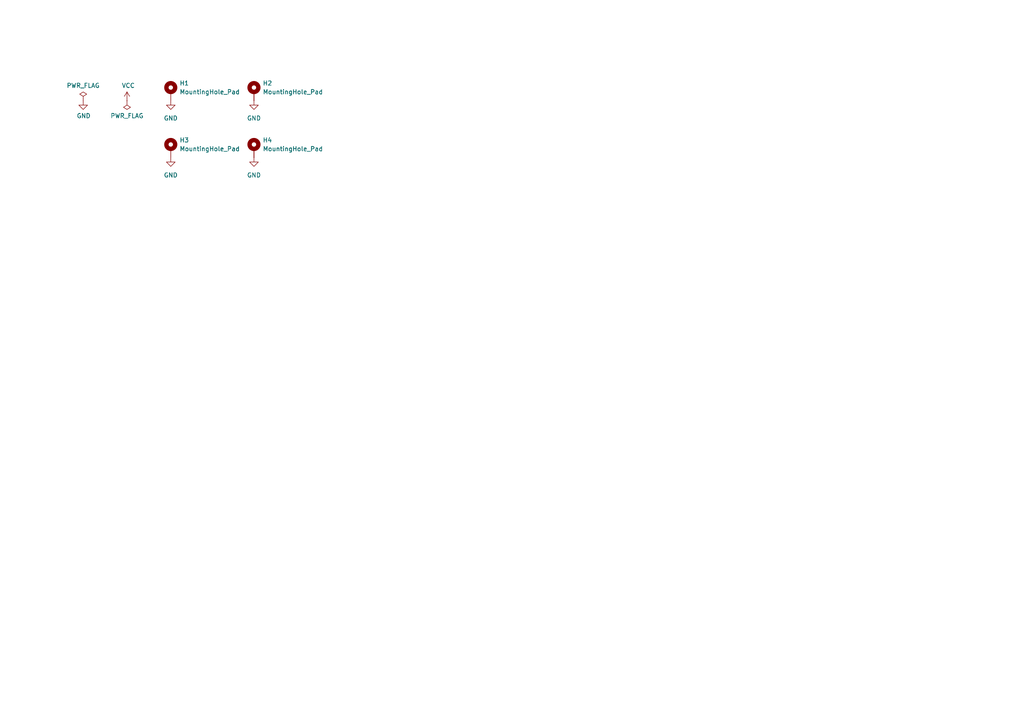
<source format=kicad_sch>
(kicad_sch (version 20211123) (generator eeschema)
  (paper "A4")
  (lib_symbols
    (symbol "Mechanical:MountingHole_Pad" (pin_numbers hide) (pin_names (offset 1.016) hide)
      (property "Reference" "H" (at 0 6.35 0))
      (property "Value" "MountingHole_Pad" (at 0 4.445 0))
      (symbol "MountingHole_Pad_0_1"
        (circle (center 0 1.27) (radius 1.27) (stroke (width 1.27)))
      )
      (symbol "MountingHole_Pad_1_1"
        (pin input line (at 0 -2.54 90) (length 2.54) (name "1") (number "1"))
      )
    )
    (symbol "power:GND" (power) (pin_names (offset 0))
      (property "Value" "GND" (at 0 -3.81 0))
      (symbol "GND_0_1"
        (polyline (pts (xy 0 0) (xy 0 -1.27) (xy 1.27 -1.27) (xy 0 -2.54) (xy -1.27 -1.27) (xy 0 -1.27)))
      )
      (symbol "GND_1_1"
        (pin power_in line (at 0 0 270) (length 0) hide (name "GND") (number "1"))
      )
    )
    (symbol "power:PWR_FLAG" (power) (pin_numbers hide) (pin_names (offset 0) hide)
      (property "Value" "PWR_FLAG" (at 0 3.81 0))
      (symbol "PWR_FLAG_0_0"
        (pin power_out line (at 0 0 90) (length 0) (name "pwr") (number "1"))
      )
      (symbol "PWR_FLAG_0_1"
        (polyline (pts (xy 0 0) (xy 0 1.27) (xy -1.016 1.905) (xy 0 2.54) (xy 1.016 1.905) (xy 0 1.27)))
      )
    )
    (symbol "power:VCC" (power) (pin_names (offset 0))
      (property "Value" "VCC" (at 0 3.81 0))
      (symbol "VCC_0_1"
        (polyline (pts (xy -0.762 1.27) (xy 0 2.54)))
        (polyline (pts (xy 0 0) (xy 0 2.54)))
        (polyline (pts (xy 0 2.54) (xy 0.762 1.27)))
      )
      (symbol "VCC_1_1"
        (pin power_in line (at 0 0 90) (length 0) hide (name "VCC") (number "1"))
      )
    )
  )
  (symbol (lib_id "power:GND") (at 73.66 29.21 0) (unit 1)
    (property "Reference" "#PWR04" (effects hide))
    (property "Value" "GND" (at 73.66 34.29 0))
  )
  (symbol (lib_id "power:GND") (at 73.66 45.72 0) (unit 1)
    (property "Reference" "#PWR06" (effects hide))
    (property "Value" "GND" (at 73.66 50.8 0))
  )
  (symbol (lib_id "power:GND") (at 49.53 45.72 0) (unit 1)
    (property "Reference" "#PWR05" (effects hide))
    (property "Value" "GND" (at 49.53 50.8 0))
  )
  (symbol (lib_id "power:VCC") (at 36.83 29.21 0) (unit 1)
    (property "Reference" "#PWR02" (effects hide))
    (property "Value" "VCC" (at 37.211 24.8158 0))
  )
  (symbol (lib_id "power:GND") (at 49.53 29.21 0) (unit 1)
    (property "Reference" "#PWR03" (effects hide))
    (property "Value" "GND" (at 49.53 34.29 0))
  )
  (symbol (lib_id "Mechanical:MountingHole_Pad") (at 73.66 26.67 0) (unit 1)
    (property "Reference" "H2" (at 76.2 24.1299 0) (effects (justify left)))
    (property "Value" "MountingHole_Pad" (at 76.2 26.6699 0) (effects (justify left)))
    (property "Footprint" "nowt_parts:MountingHole_2.2mm_M2_Pad_mods" (effects hide))
  )
  (symbol (lib_id "Mechanical:MountingHole_Pad") (at 73.66 43.18 0) (unit 1)
    (property "Reference" "H4" (at 76.2 40.6399 0) (effects (justify left)))
    (property "Value" "MountingHole_Pad" (at 76.2 43.1799 0) (effects (justify left)))
    (property "Footprint" "nowt_parts:MountingHole_2.2mm_M2_Pad_mods" (effects hide))
  )
  (symbol (lib_id "power:PWR_FLAG") (at 24.13 29.21 0) (unit 1)
    (property "Reference" "#FLG01" (effects hide))
    (property "Value" "PWR_FLAG" (at 24.13 24.8158 0))
  )
  (symbol (lib_id "power:GND") (at 24.13 29.21 0) (unit 1)
    (property "Reference" "#PWR01" (effects hide))
    (property "Value" "GND" (at 24.257 33.6042 0))
  )
  (symbol (lib_id "Mechanical:MountingHole_Pad") (at 49.53 43.18 0) (unit 1)
    (property "Reference" "H3" (at 52.07 40.6399 0) (effects (justify left)))
    (property "Value" "MountingHole_Pad" (at 52.07 43.1799 0) (effects (justify left)))
    (property "Footprint" "nowt_parts:MountingHole_2.2mm_M2_Pad_mods" (effects hide))
  )
  (symbol (lib_id "power:PWR_FLAG") (at 36.83 29.21 180) (unit 1)
    (property "Reference" "#FLG02" (effects hide))
    (property "Value" "PWR_FLAG" (at 36.83 33.6042 0))
  )
  (symbol (lib_id "Mechanical:MountingHole_Pad") (at 49.53 26.67 0) (unit 1)
    (property "Reference" "H1" (at 52.07 24.1299 0) (effects (justify left)))
    (property "Value" "MountingHole_Pad" (at 52.07 26.6699 0) (effects (justify left)))
    (property "Footprint" "nowt_parts:MountingHole_2.2mm_M2_Pad_mods" (effects hide))
  )
)
</source>
